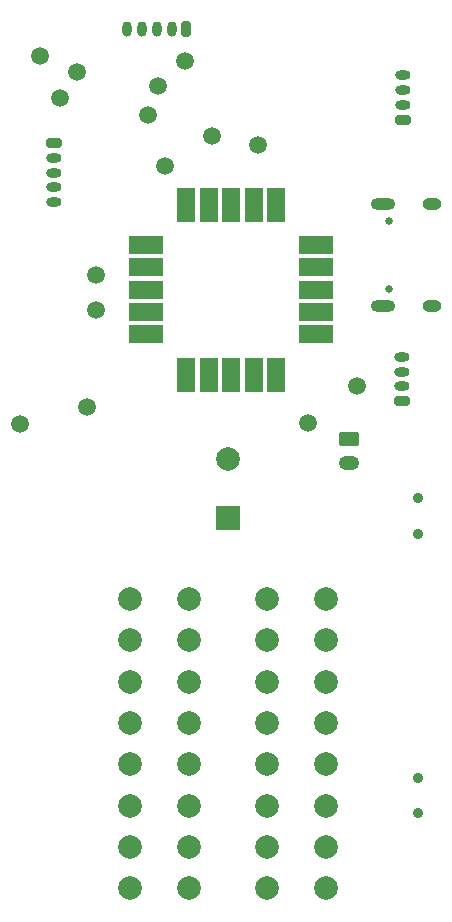
<source format=gbs>
%TF.GenerationSoftware,KiCad,Pcbnew,7.0.2-0*%
%TF.CreationDate,2023-11-28T17:04:35-06:00*%
%TF.ProjectId,Flight Computer,466c6967-6874-4204-936f-6d7075746572,1.1*%
%TF.SameCoordinates,Original*%
%TF.FileFunction,Soldermask,Bot*%
%TF.FilePolarity,Negative*%
%FSLAX46Y46*%
G04 Gerber Fmt 4.6, Leading zero omitted, Abs format (unit mm)*
G04 Created by KiCad (PCBNEW 7.0.2-0) date 2023-11-28 17:04:35*
%MOMM*%
%LPD*%
G01*
G04 APERTURE LIST*
G04 Aperture macros list*
%AMRoundRect*
0 Rectangle with rounded corners*
0 $1 Rounding radius*
0 $2 $3 $4 $5 $6 $7 $8 $9 X,Y pos of 4 corners*
0 Add a 4 corners polygon primitive as box body*
4,1,4,$2,$3,$4,$5,$6,$7,$8,$9,$2,$3,0*
0 Add four circle primitives for the rounded corners*
1,1,$1+$1,$2,$3*
1,1,$1+$1,$4,$5*
1,1,$1+$1,$6,$7*
1,1,$1+$1,$8,$9*
0 Add four rect primitives between the rounded corners*
20,1,$1+$1,$2,$3,$4,$5,0*
20,1,$1+$1,$4,$5,$6,$7,0*
20,1,$1+$1,$6,$7,$8,$9,0*
20,1,$1+$1,$8,$9,$2,$3,0*%
G04 Aperture macros list end*
%ADD10C,0.650000*%
%ADD11O,1.600000X1.000000*%
%ADD12O,2.100000X1.000000*%
%ADD13C,0.900000*%
%ADD14RoundRect,0.200000X0.450000X-0.200000X0.450000X0.200000X-0.450000X0.200000X-0.450000X-0.200000X0*%
%ADD15O,1.300000X0.800000*%
%ADD16RoundRect,0.200000X0.200000X0.450000X-0.200000X0.450000X-0.200000X-0.450000X0.200000X-0.450000X0*%
%ADD17O,0.800000X1.300000*%
%ADD18RoundRect,0.200000X-0.450000X0.200000X-0.450000X-0.200000X0.450000X-0.200000X0.450000X0.200000X0*%
%ADD19C,1.500000*%
%ADD20RoundRect,0.250000X-0.625000X0.350000X-0.625000X-0.350000X0.625000X-0.350000X0.625000X0.350000X0*%
%ADD21O,1.750000X1.200000*%
%ADD22C,2.000000*%
%ADD23R,3.000000X1.500000*%
%ADD24R,1.500000X3.000000*%
%ADD25R,2.000000X2.000000*%
G04 APERTURE END LIST*
D10*
%TO.C,J7*%
X117165000Y-39432500D03*
X117165000Y-45212500D03*
D11*
X120815000Y-46642500D03*
D12*
X116635000Y-46642500D03*
X116635000Y-38002500D03*
D11*
X120815000Y-38002500D03*
%TD*%
D13*
%TO.C,SW1*%
X119640000Y-65900000D03*
X119640000Y-62900000D03*
%TD*%
D14*
%TO.C,J8*%
X118270000Y-54690000D03*
D15*
X118270000Y-53440000D03*
X118270000Y-52190000D03*
X118270000Y-50940000D03*
%TD*%
D16*
%TO.C,J3*%
X100000000Y-23200000D03*
D17*
X98750000Y-23200000D03*
X97500000Y-23200000D03*
X96250000Y-23200000D03*
X95000000Y-23200000D03*
%TD*%
D14*
%TO.C,J9*%
X118300000Y-30857500D03*
D15*
X118300000Y-29607500D03*
X118300000Y-28357500D03*
X118300000Y-27107500D03*
%TD*%
D13*
%TO.C,SW2*%
X119600000Y-89570000D03*
X119600000Y-86570000D03*
%TD*%
D18*
%TO.C,J5*%
X88760000Y-32840000D03*
D15*
X88760000Y-34090000D03*
X88760000Y-35340000D03*
X88760000Y-36590000D03*
X88760000Y-37840000D03*
%TD*%
D19*
%TO.C,TP10*%
X92350000Y-44020000D03*
%TD*%
%TO.C,TP15*%
X91600000Y-55210000D03*
%TD*%
D20*
%TO.C,J4*%
X113800000Y-57900000D03*
D21*
X113800000Y-59900000D03*
%TD*%
D19*
%TO.C,TP5*%
X97600000Y-28020000D03*
%TD*%
%TO.C,TP4*%
X96750000Y-30420000D03*
%TD*%
%TO.C,TP1*%
X110300000Y-56500000D03*
%TD*%
%TO.C,TP11*%
X92350000Y-46970000D03*
%TD*%
%TO.C,TP6*%
X87600000Y-25450000D03*
%TD*%
%TO.C,TP7*%
X99900000Y-25920000D03*
%TD*%
D22*
%TO.C,J2*%
X95200000Y-95920000D03*
X100200000Y-95920000D03*
X95200000Y-92420000D03*
X100200000Y-92420000D03*
X95200000Y-88920000D03*
X100200000Y-88920000D03*
X95200000Y-85420000D03*
X100200000Y-85420000D03*
X95200000Y-81920000D03*
X100200000Y-81920000D03*
X95200000Y-78420000D03*
X100200000Y-78420000D03*
X95200000Y-74920000D03*
X100200000Y-74920000D03*
X95200000Y-71420000D03*
X100200000Y-71420000D03*
%TD*%
D23*
%TO.C,U11*%
X111000000Y-41432500D03*
X111000000Y-43332500D03*
X111000000Y-45232500D03*
X111000000Y-47132500D03*
X111000000Y-49032500D03*
D24*
X107600000Y-52432500D03*
X105700000Y-52432500D03*
X103800000Y-52432500D03*
X101900000Y-52432500D03*
X100000000Y-52432500D03*
D23*
X96600000Y-49032500D03*
X96600000Y-47132500D03*
X96600000Y-45232500D03*
X96600000Y-43332500D03*
X96600000Y-41432500D03*
D24*
X100000000Y-38032500D03*
X101900000Y-38032500D03*
X103800000Y-38032500D03*
X105700000Y-38032500D03*
X107600000Y-38032500D03*
%TD*%
D19*
%TO.C,TP9*%
X90700000Y-26820000D03*
%TD*%
D25*
%TO.C,BZ1*%
X103500000Y-64590000D03*
D22*
X103500000Y-59590000D03*
%TD*%
D19*
%TO.C,TP3*%
X98150000Y-34770000D03*
%TD*%
%TO.C,TP2*%
X85880000Y-56610000D03*
%TD*%
%TO.C,TP13*%
X106050000Y-33020000D03*
%TD*%
%TO.C,TP14*%
X102200000Y-32270000D03*
%TD*%
D22*
%TO.C,J1*%
X111790000Y-71420000D03*
X106790000Y-71420000D03*
X111790000Y-74920000D03*
X106790000Y-74920000D03*
X111790000Y-78420000D03*
X106790000Y-78420000D03*
X111790000Y-81920000D03*
X106790000Y-81920000D03*
X111790000Y-85420000D03*
X106790000Y-85420000D03*
X111790000Y-88920000D03*
X106790000Y-88920000D03*
X111790000Y-92420000D03*
X106790000Y-92420000D03*
X111790000Y-95920000D03*
X106790000Y-95920000D03*
%TD*%
D19*
%TO.C,TP8*%
X89320000Y-29050000D03*
%TD*%
%TO.C,TP12*%
X114460000Y-53420000D03*
%TD*%
M02*

</source>
